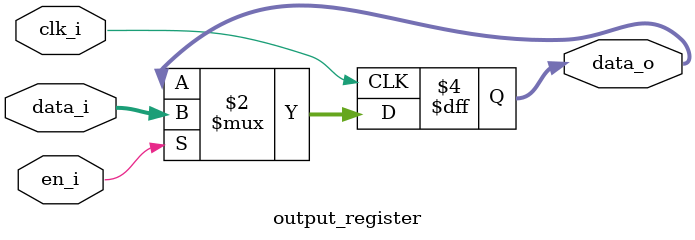
<source format=sv>
module sync_arithmetic_right_shifter #(
    parameter DW = 32,  // Data width
    parameter SW = 5    // Shift width
)(
    input                  clk_i,
    input                  en_i,
    input      [DW-1:0]    data_i,
    input      [SW-1:0]    shift_i,
    output     [DW-1:0]    data_o
);
    // 内部连接信号
    wire [DW-1:0] shift_result;
    
    // 算术右移运算子模块实例化
    arithmetic_shift_unit #(
        .DATA_WIDTH(DW),
        .SHIFT_WIDTH(SW)
    ) shift_unit (
        .data_i(data_i),
        .shift_i(shift_i),
        .result_o(shift_result)
    );
    
    // 同步寄存器子模块实例化
    output_register #(
        .WIDTH(DW)
    ) out_reg (
        .clk_i(clk_i),
        .en_i(en_i),
        .data_i(shift_result),
        .data_o(data_o)
    );
    
endmodule

// 算术右移运算子模块
module arithmetic_shift_unit #(
    parameter DATA_WIDTH = 32,
    parameter SHIFT_WIDTH = 5
)(
    input      [DATA_WIDTH-1:0]    data_i,
    input      [SHIFT_WIDTH-1:0]   shift_i,
    output     [DATA_WIDTH-1:0]    result_o
);
    // 实现纯组合逻辑的算术右移
    assign result_o = $signed(data_i) >>> shift_i;
    
endmodule

// 同步寄存器子模块
module output_register #(
    parameter WIDTH = 32
)(
    input                  clk_i,
    input                  en_i,
    input      [WIDTH-1:0] data_i,
    output reg [WIDTH-1:0] data_o
);
    // 使用使能信号的同步寄存器
    always @(posedge clk_i) begin
        if (en_i) begin
            data_o <= data_i;
        end
    end
    
endmodule
</source>
